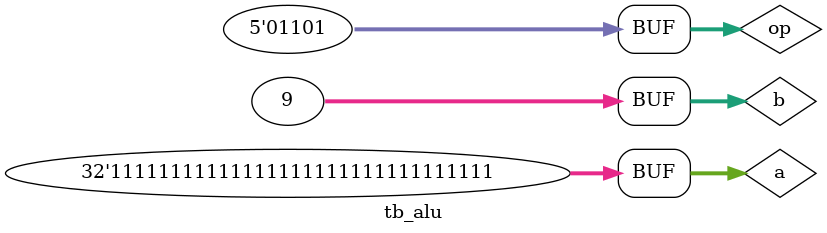
<source format=v>
`include "../single_32/alu.v"
`timescale 1ns / 100ps 

module tb_alu;
    reg [31:0] a;
    reg [31:0] b;
    reg [4:0]  op;

    wire [31:0] result;
    wire branch_enable;

    alu alu(
        .a(a),
        .b(b),
        .alu_opt(op),
        .out(result),
        .branch_enable(branch_enable)
        );

    initial begin
        // add
        a = 1;          b = 1;      op = 0; #20;
        // sub
        a = 9;         b = 2;     op = 1; #20;        
        // and
        a = 3'b101;     b = 3'b110; op = 2; #20;
        // or
        a = 3'b101;     b = 3'b110; op = 3; #20;
        // xor
        a = 3'b110;     b = 3'b010; op = 4; #20;
        // sll (Shift Left Logical)
        a = 1;          b = 3;      op = 5; #20;
        // srl (Shift Right Logical)
        a = 8;          b = 2;      op = 6; #20;
        // sra (Shift Right Arithmetic)
        a = -8;         b = 2;      op = 7; #20;
        // mul
        a = 6;          b = 5;      op = 8; #20;
        // mulh
        a = 32'h80000000;   b = 4;  op = 9; #20; // output will be ...0010 = 2
        // div
        a = 66;         b = 11;     op = 10; #20;
        // rem
        a = 62;         b = 3;      op = 11; #20;
        // slt (Set Less Than)
        a = -1;         b = 9;      op = 12; #20;
        // sltu (Set Less Than Unsigned)
        a = -1;         b = 9;      op = 13; #20;
    end

    initial begin
        $dumpfile("vcd/alu.vcd");
        $dumpvars(0, tb_alu);
    end
endmodule
</source>
